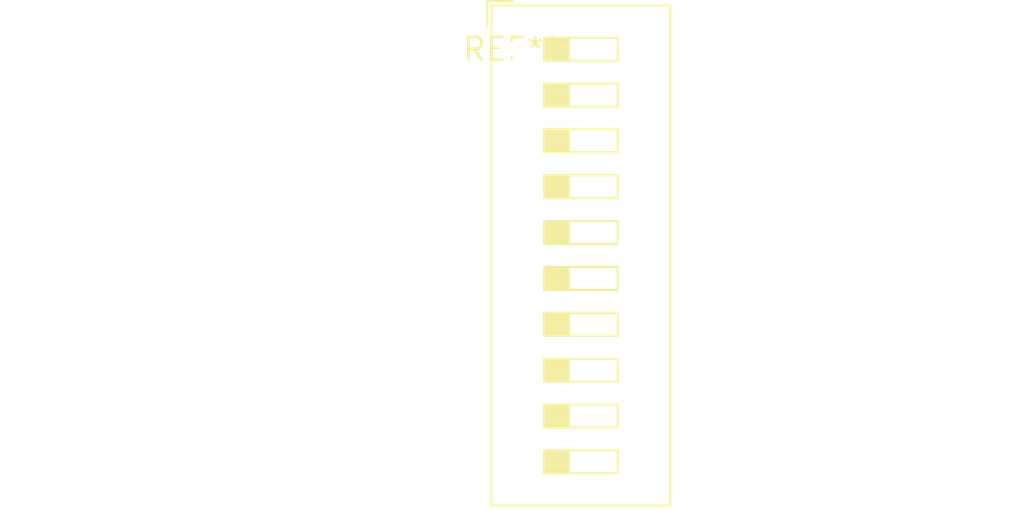
<source format=kicad_pcb>
(kicad_pcb (version 20240108) (generator pcbnew)
  (layers (0 "F.Cu" signal) (31 "B.Cu" signal) (34 "B.Paste" user) (35 "F.Paste" user) (36 "B.SilkS" user "B.Silkscreen") (37 "F.SilkS" user "F.Silkscreen") (38 "B.Mask" user) (39 "F.Mask" user) (44 "Edge.Cuts" user))
  (net 0 "")
  (footprint "SW_DIP_SPSTx10_Slide_9.78x27.58mm_W7.62mm_P2.54mm" (layer "F.Cu") (at 0 0)
    (property "Reference" "REF**")
    (property "Value" "SW_DIP_SPSTx10_Slide_9.78x27.58mm_W7.62mm_P2.54mm")
    (fp_line (start -1.38 -2.66) (end -1.38 -1.277) (layer "F.SilkS") (stroke (width 0.12)))
    (fp_line (start -1.38 -2.66) (end 0.004 -2.66) (layer "F.SilkS") (stroke (width 0.12)))
    (fp_line (start -1.14 -2.42) (end -1.14 25.28) (layer "F.SilkS") (stroke (width 0.12)))
    (fp_line (start -1.14 -2.42) (end 8.76 -2.42) (layer "F.SilkS") (stroke (width 0.12)))
    (fp_line (start -1.14 25.28) (end 8.76 25.28) (layer "F.SilkS") (stroke (width 0.12)))
    (fp_line (start 1.78 -0.635) (end 1.78 0.635) (layer "F.SilkS") (stroke (width 0.12)))
    (fp_line (start 1.78 -0.515) (end 3.133333 -0.515) (layer "F.SilkS") (stroke (width 0.12)))
    (fp_line (start 1.78 -0.395) (end 3.133333 -0.395) (layer "F.SilkS") (stroke (width 0.12)))
    (fp_line (start 1.78 -0.275) (end 3.133333 -0.275) (layer "F.SilkS") (stroke (width 0.12)))
    (fp_line (start 1.78 -0.155) (end 3.133333 -0.155) (layer "F.SilkS") (stroke (width 0.12)))
    (fp_line (start 1.78 -0.035) (end 3.133333 -0.035) (layer "F.SilkS") (stroke (width 0.12)))
    (fp_line (start 1.78 0.085) (end 3.133333 0.085) (layer "F.SilkS") (stroke (width 0.12)))
    (fp_line (start 1.78 0.205) (end 3.133333 0.205) (layer "F.SilkS") (stroke (width 0.12)))
    (fp_line (start 1.78 0.325) (end 3.133333 0.325) (layer "F.SilkS") (stroke (width 0.12)))
    (fp_line (start 1.78 0.445) (end 3.133333 0.445) (layer "F.SilkS") (stroke (width 0.12)))
    (fp_line (start 1.78 0.565) (end 3.133333 0.565) (layer "F.SilkS") (stroke (width 0.12)))
    (fp_line (start 1.78 0.635) (end 5.84 0.635) (layer "F.SilkS") (stroke (width 0.12)))
    (fp_line (start 1.78 1.905) (end 1.78 3.175) (layer "F.SilkS") (stroke (width 0.12)))
    (fp_line (start 1.78 2.025) (end 3.133333 2.025) (layer "F.SilkS") (stroke (width 0.12)))
    (fp_line (start 1.78 2.145) (end 3.133333 2.145) (layer "F.SilkS") (stroke (width 0.12)))
    (fp_line (start 1.78 2.265) (end 3.133333 2.265) (layer "F.SilkS") (stroke (width 0.12)))
    (fp_line (start 1.78 2.385) (end 3.133333 2.385) (layer "F.SilkS") (stroke (width 0.12)))
    (fp_line (start 1.78 2.505) (end 3.133333 2.505) (layer "F.SilkS") (stroke (width 0.12)))
    (fp_line (start 1.78 2.625) (end 3.133333 2.625) (layer "F.SilkS") (stroke (width 0.12)))
    (fp_line (start 1.78 2.745) (end 3.133333 2.745) (layer "F.SilkS") (stroke (width 0.12)))
    (fp_line (start 1.78 2.865) (end 3.133333 2.865) (layer "F.SilkS") (stroke (width 0.12)))
    (fp_line (start 1.78 2.985) (end 3.133333 2.985) (layer "F.SilkS") (stroke (width 0.12)))
    (fp_line (start 1.78 3.105) (end 3.133333 3.105) (layer "F.SilkS") (stroke (width 0.12)))
    (fp_line (start 1.78 3.175) (end 5.84 3.175) (layer "F.SilkS") (stroke (width 0.12)))
    (fp_line (start 1.78 4.445) (end 1.78 5.715) (layer "F.SilkS") (stroke (width 0.12)))
    (fp_line (start 1.78 4.565) (end 3.133333 4.565) (layer "F.SilkS") (stroke (width 0.12)))
    (fp_line (start 1.78 4.685) (end 3.133333 4.685) (layer "F.SilkS") (stroke (width 0.12)))
    (fp_line (start 1.78 4.805) (end 3.133333 4.805) (layer "F.SilkS") (stroke (width 0.12)))
    (fp_line (start 1.78 4.925) (end 3.133333 4.925) (layer "F.SilkS") (stroke (width 0.12)))
    (fp_line (start 1.78 5.045) (end 3.133333 5.045) (layer "F.SilkS") (stroke (width 0.12)))
    (fp_line (start 1.78 5.165) (end 3.133333 5.165) (layer "F.SilkS") (stroke (width 0.12)))
    (fp_line (start 1.78 5.285) (end 3.133333 5.285) (layer "F.SilkS") (stroke (width 0.12)))
    (fp_line (start 1.78 5.405) (end 3.133333 5.405) (layer "F.SilkS") (stroke (width 0.12)))
    (fp_line (start 1.78 5.525) (end 3.133333 5.525) (layer "F.SilkS") (stroke (width 0.12)))
    (fp_line (start 1.78 5.645) (end 3.133333 5.645) (layer "F.SilkS") (stroke (width 0.12)))
    (fp_line (start 1.78 5.715) (end 5.84 5.715) (layer "F.SilkS") (stroke (width 0.12)))
    (fp_line (start 1.78 6.985) (end 1.78 8.255) (layer "F.SilkS") (stroke (width 0.12)))
    (fp_line (start 1.78 7.105) (end 3.133333 7.105) (layer "F.SilkS") (stroke (width 0.12)))
    (fp_line (start 1.78 7.225) (end 3.133333 7.225) (layer "F.SilkS") (stroke (width 0.12)))
    (fp_line (start 1.78 7.345) (end 3.133333 7.345) (layer "F.SilkS") (stroke (width 0.12)))
    (fp_line (start 1.78 7.465) (end 3.133333 7.465) (layer "F.SilkS") (stroke (width 0.12)))
    (fp_line (start 1.78 7.585) (end 3.133333 7.585) (layer "F.SilkS") (stroke (width 0.12)))
    (fp_line (start 1.78 7.705) (end 3.133333 7.705) (layer "F.SilkS") (stroke (width 0.12)))
    (fp_line (start 1.78 7.825) (end 3.133333 7.825) (layer "F.SilkS") (stroke (width 0.12)))
    (fp_line (start 1.78 7.945) (end 3.133333 7.945) (layer "F.SilkS") (stroke (width 0.12)))
    (fp_line (start 1.78 8.065) (end 3.133333 8.065) (layer "F.SilkS") (stroke (width 0.12)))
    (fp_line (start 1.78 8.185) (end 3.133333 8.185) (layer "F.SilkS") (stroke (width 0.12)))
    (fp_line (start 1.78 8.255) (end 5.84 8.255) (layer "F.SilkS") (stroke (width 0.12)))
    (fp_line (start 1.78 9.525) (end 1.78 10.795) (layer "F.SilkS") (stroke (width 0.12)))
    (fp_line (start 1.78 9.645) (end 3.133333 9.645) (layer "F.SilkS") (stroke (width 0.12)))
    (fp_line (start 1.78 9.765) (end 3.133333 9.765) (layer "F.SilkS") (stroke (width 0.12)))
    (fp_line (start 1.78 9.885) (end 3.133333 9.885) (layer "F.SilkS") (stroke (width 0.12)))
    (fp_line (start 1.78 10.005) (end 3.133333 10.005) (layer "F.SilkS") (stroke (width 0.12)))
    (fp_line (start 1.78 10.125) (end 3.133333 10.125) (layer "F.SilkS") (stroke (width 0.12)))
    (fp_line (start 1.78 10.245) (end 3.133333 10.245) (layer "F.SilkS") (stroke (width 0.12)))
    (fp_line (start 1.78 10.365) (end 3.133333 10.365) (layer "F.SilkS") (stroke (width 0.12)))
    (fp_line (start 1.78 10.485) (end 3.133333 10.485) (layer "F.SilkS") (stroke (width 0.12)))
    (fp_line (start 1.78 10.605) (end 3.133333 10.605) (layer "F.SilkS") (stroke (width 0.12)))
    (fp_line (start 1.78 10.725) (end 3.133333 10.725) (layer "F.SilkS") (stroke (width 0.12)))
    (fp_line (start 1.78 10.795) (end 5.84 10.795) (layer "F.SilkS") (stroke (width 0.12)))
    (fp_line (start 1.78 12.065) (end 1.78 13.335) (layer "F.SilkS") (stroke (width 0.12)))
    (fp_line (start 1.78 12.185) (end 3.133333 12.185) (layer "F.SilkS") (stroke (width 0.12)))
    (fp_line (start 1.78 12.305) (end 3.133333 12.305) (layer "F.SilkS") (stroke (width 0.12)))
    (fp_line (start 1.78 12.425) (end 3.133333 12.425) (layer "F.SilkS") (stroke (width 0.12)))
    (fp_line (start 1.78 12.545) (end 3.133333 12.545) (layer "F.SilkS") (stroke (width 0.12)))
    (fp_line (start 1.78 12.665) (end 3.133333 12.665) (layer "F.SilkS") (stroke (width 0.12)))
    (fp_line (start 1.78 12.785) (end 3.133333 12.785) (layer "F.SilkS") (stroke (width 0.12)))
    (fp_line (start 1.78 12.905) (end 3.133333 12.905) (layer "F.SilkS") (stroke (width 0.12)))
    (fp_line (start 1.78 13.025) (end 3.133333 13.025) (layer "F.SilkS") (stroke (width 0.12)))
    (fp_line (start 1.78 13.145) (end 3.133333 13.145) (layer "F.SilkS") (stroke (width 0.12)))
    (fp_line (start 1.78 13.265) (end 3.133333 13.265) (layer "F.SilkS") (stroke (width 0.12)))
    (fp_line (start 1.78 13.335) (end 5.84 13.335) (layer "F.SilkS") (stroke (width 0.12)))
    (fp_line (start 1.78 14.605) (end 1.78 15.875) (layer "F.SilkS") (stroke (width 0.12)))
    (fp_line (start 1.78 14.725) (end 3.133333 14.725) (layer "F.SilkS") (stroke (width 0.12)))
    (fp_line (start 1.78 14.845) (end 3.133333 14.845) (layer "F.SilkS") (stroke (width 0.12)))
    (fp_line (start 1.78 14.965) (end 3.133333 14.965) (layer "F.SilkS") (stroke (width 0.12)))
    (fp_line (start 1.78 15.085) (end 3.133333 15.085) (layer "F.SilkS") (stroke (width 0.12)))
    (fp_line (start 1.78 15.205) (end 3.133333 15.205) (layer "F.SilkS") (stroke (width 0.12)))
    (fp_line (start 1.78 15.325) (end 3.133333 15.325) (layer "F.SilkS") (stroke (width 0.12)))
    (fp_line (start 1.78 15.445) (end 3.133333 15.445) (layer "F.SilkS") (stroke (width 0.12)))
    (fp_line (start 1.78 15.565) (end 3.133333 15.565) (layer "F.SilkS") (stroke (width 0.12)))
    (fp_line (start 1.78 15.685) (end 3.133333 15.685) (layer "F.SilkS") (stroke (width 0.12)))
    (fp_line (start 1.78 15.805) (end 3.133333 15.805) (layer "F.SilkS") (stroke (width 0.12)))
    (fp_line (start 1.78 15.875) (end 5.84 15.875) (layer "F.SilkS") (stroke (width 0.12)))
    (fp_line (start 1.78 17.145) (end 1.78 18.415) (layer "F.SilkS") (stroke (width 0.12)))
    (fp_line (start 1.78 17.265) (end 3.133333 17.265) (layer "F.SilkS") (stroke (width 0.12)))
    (fp_line (start 1.78 17.385) (end 3.133333 17.385) (layer "F.SilkS") (stroke (width 0.12)))
    (fp_line (start 1.78 17.505) (end 3.133333 17.505) (layer "F.SilkS") (stroke (width 0.12)))
    (fp_line (start 1.78 17.625) (end 3.133333 17.625) (layer "F.SilkS") (stroke (width 0.12)))
    (fp_line (start 1.78 17.745) (end 3.133333 17.745) (layer "F.SilkS") (stroke (width 0.12)))
    (fp_line (start 1.78 17.865) (end 3.133333 17.865) (layer "F.SilkS") (stroke (width 0.12)))
    (fp_line (start 1.78 17.985) (end 3.133333 17.985) (layer "F.SilkS") (stroke (width 0.12)))
    (fp_line (start 1.78 18.105) (end 3.133333 18.105) (layer "F.SilkS") (stroke (width 0.12)))
    (fp_line (start 1.78 18.225) (end 3.133333 18.225) (layer "F.SilkS") (stroke (width 0.12)))
    (fp_line (start 1.78 18.345) (end 3.133333 18.345) (layer "F.SilkS") (stroke (width 0.12)))
    (fp_line (start 1.78 18.415) (end 5.84 18.415) (layer "F.SilkS") (stroke (width 0.12)))
    (fp_line (start 1.78 19.685) (end 1.78 20.955) (layer "F.SilkS") (stroke (width 0.12)))
    (fp_line (start 1.78 19.805) (end 3.133333 19.805) (layer "F.SilkS") (stroke (width 0.12)))
    (fp_line (start 1.78 19.925) (end 3.133333 19.925) (layer "F.SilkS") (stroke (width 0.12)))
    (fp_line (start 1.78 20.045) (end 3.133333 20.045) (layer "F.SilkS") (stroke (width 0.12)))
    (fp_line (start 1.78 20.165) (end 3.133333 20.165) (layer "F.SilkS") (stroke (width 0.12)))
    (fp_line (start 1.78 20.285) (end 3.133333 20.285) (layer "F.SilkS") (stroke (width 0.12)))
    (fp_line (start 1.78 20.405) (end 3.133333 20.405) (layer "F.SilkS") (stroke (width 0.12)))
    (fp_line (start 1.78 20.525) (end 3.133333 20.525) (layer "F.SilkS") (stroke (width 0.12)))
    (fp_line (start 1.78 20.645) (end 3.133333 20.645) (layer "F.SilkS") (stroke (width 0.12)))
    (fp_line (start 1.78 20.765) (end 3.133333 20.765) (layer "F.SilkS") (stroke (width 0.12)))
    (fp_line (start 1.78 20.885) (end 3.133333 20.885) (layer "F.SilkS") (stroke (width 0.12)))
    (fp_line (start 1.78 20.955) (end 5.84 20.955) (layer "F.SilkS") (stroke (width 0.12)))
    (fp_line (start 1.78 22.225) (end 1.78 23.495) (layer "F.SilkS") (stroke (width 0.12)))
    (fp_line (start 1.78 22.345) (end 3.133333 22.345) (layer "F.SilkS") (stroke (width 0.12)))
    (fp_line (start 1.78 22.465) (end 3.133333 22.465) (layer "F.SilkS") (stroke (width 0.12)))
    (fp_line (start 1.78 22.585) (end 3.133333 22.585) (layer "F.SilkS") (stroke (width 0.12)))
    (fp_line (start 1.78 22.705) (end 3.133333 22.705) (layer "F.SilkS") (stroke (width 0.12)))
    (fp_line (start 1.78 22.825) (end 3.133333 22.825) (layer "F.SilkS") (stroke (width 0.12)))
    (fp_line (start 1.78 22.945) (end 3.133333 22.945) (layer "F.SilkS") (stroke (width 0.12)))
    (fp_line (start 1.78 23.065) (end 3.133333 23.065) (layer "F.SilkS") (stroke (width 0.12)))
    (fp_line (start 1.78 23.185) (end 3.133333 23.185) (layer "F.SilkS") (stroke (width 0.12)))
    (fp_line (start 1.78 23.305) (end 3.133333 23.305) (layer "F.SilkS") (stroke (width 0.12)))
    (fp_line (start 1.78 23.425) (end 3.133333 23.425) (layer "F.SilkS") (stroke (width 0.12)))
    (fp_line (start 1.78 23.495) (end 5.84 23.495) (layer "F.SilkS") (stroke (width 0.12)))
    (fp_line (start 3.133333 -0.635) (end 3.133333 0.635) (layer "F.SilkS") (stroke (width 0.12)))
    (fp_line (start 3.133333 1.905) (end 3.133333 3.175) (layer "F.SilkS") (stroke (width 0.12)))
    (fp_line (start 3.133333 4.445) (end 3.133333 5.715) (layer "F.SilkS") (stroke (width 0.12)))
    (fp_line (start 3.133333 6.985) (end 3.133333 8.255) (layer "F.SilkS") (stroke (width 0.12)))
    (fp_line (start 3.133333 9.525) (end 3.133333 10.795) (layer "F.SilkS") (stroke (width 0.12)))
    (fp_line (start 3.133333 12.065) (end 3.133333 13.335) (layer "F.SilkS") (stroke (width 0.12)))
    (fp_line (start 3.133333 14.605) (end 3.133333 15.875) (layer "F.SilkS") (stroke (width 0.12)))
    (fp_line (start 3.133333 17.145) (end 3.133333 18.415) (layer "F.SilkS") (stroke (width 0.12)))
    (fp_line (start 3.133333 19.685) (end 3.133333 20.955) (layer "F.SilkS") (stroke (width 0.12)))
    (fp_line (start 3.133333 22.225) (end 3.133333 23.495) (layer "F.SilkS") (stroke (width 0.12)))
    (fp_line (start 5.84 -0.635) (end 1.78 -0.635) (layer "F.SilkS") (stroke (width 0.12)))
    (fp_line (start 5.84 0.635) (end 5.84 -0.635) (layer "F.SilkS") (stroke (width 0.12)))
    (fp_line (start 5.84 1.905) (end 1.78 1.905) (layer "F.SilkS") (stroke (width 0.12)))
    (fp_line (start 5.84 3.175) (end 5.84 1.905) (layer "F.SilkS") (stroke (width 0.12)))
    (fp_line (start 5.84 4.445) (end 1.78 4.445) (layer "F.SilkS") (stroke (width 0.12)))
    (fp_line (start 5.84 5.715) (end 5.84 4.445) (layer "F.SilkS") (stroke (width 0.12)))
    (fp_line (start 5.84 6.985) (end 1.78 6.985) (layer "F.SilkS") (stroke (width 0.12)))
    (fp_line (start 5.84 8.255) (end 5.84 6.985) (layer "F.SilkS") (stroke (width 0.12)))
    (fp_line (start 5.84 9.525) (end 1.78 9.525) (layer "F.SilkS") (stroke (width 0.12)))
    (fp_line (start 5.84 10.795) (end 5.84 9.525) (layer "F.SilkS") (stroke (width 0.12)))
    (fp_line (start 5.84 12.065) (end 1.78 12.065) (layer "F.SilkS") (stroke (width 0.12)))
    (fp_line (start 5.84 13.335) (end 5.84 12.065) (layer "F.SilkS") (stroke (width 0.12)))
    (fp_line (start 5.84 14.605) (end 1.78 14.605) (layer "F.SilkS") (stroke (width 0.12)))
    (fp_line (start 5.84 15.875) (end 5.84 14.605) (layer "F.SilkS") (stroke (width 0.12)))
    (fp_line (start 5.84 17.145) (end 1.78 17.145) (layer "F.SilkS") (stroke (width 0.12)))
    (fp_line (start 5.84 18.415) (end 5.84 17.145) (layer "F.SilkS") (stroke (width 0.12)))
    (fp_line (start 5.84 19.685) (end 1.78 19.685) (layer "F.SilkS") (stroke (width 0.12)))
    (fp_line (start 5.84 20.955) (end 5.84 19.685) (layer "F.SilkS") (stroke (width 0.12)))
    (fp_line (start 5.84 22.225) (end 1.78 22.225) (layer "F.SilkS") (stroke (width 0.12)))
    (fp_line (start 5.84 23.495) (end 5.84 22.225) (layer "F.SilkS") (stroke (width 0.12)))
    (fp_line (start 8.76 -2.42) (end 8.76 25.28) (layer "F.SilkS") (stroke (width 0.12)))
    (pad "1" thru_hole rect (at 0 0) (size 1.6 1.6) (drill 0.8) (layers *.Cu *.Mask) (remove_unused_layers))
    (pad "2" thru_hole oval (at 0 2.54) (size 1.6 1.6) (drill 0.8) (layers *.Cu *.Mask) (remove_unused_layers))
    (pad "3" thru_hole oval (at 0 5.08) (size 1.6 1.6) (drill 0.8) (layers *.Cu *.Mask) (remove_unused_layers))
    (pad "4" thru_hole oval (at 0 7.62) (size 1.6 1.6) (drill 0.8) (layers *.Cu *.Mask) (remove_unused_layers))
    (pad "5" thru_hole oval (at 0 10.16) (size 1.6 1.6) (drill 0.8) (layers *.Cu *.Mask) (remove_unused_layers))
    (pad "6" thru_hole oval (at 0 12.7) (size 1.6 1.6) (drill 0.8) (layers *.Cu *.Mask) (remove_unused_layers))
    (pad "7" thru_hole oval (at 0 15.24) (size 1.6 1.6) (drill 0.8) (layers *.Cu *.Mask) (remove_unused_layers))
    (pad "8" thru_hole oval (at 0 17.78) (size 1.6 1.6) (drill 0.8) (layers *.Cu *.Mask) (remove_unused_layers))
    (pad "9" thru_hole oval (at 0 20.32) (size 1.6 1.6) (drill 0.8) (layers *.Cu *.Mask) (remove_unused_layers))
    (pad "10" thru_hole oval (at 0 22.86) (size 1.6 1.6) (drill 0.8) (layers *.Cu *.Mask) (remove_unused_layers))
    (pad "11" thru_hole oval (at 7.62 22.86) (size 1.6 1.6) (drill 0.8) (layers *.Cu *.Mask) (remove_unused_layers))
    (pad "12" thru_hole oval (at 7.62 20.32) (size 1.6 1.6) (drill 0.8) (layers *.Cu *.Mask) (remove_unused_layers))
    (pad "13" thru_hole oval (at 7.62 17.78) (size 1.6 1.6) (drill 0.8) (layers *.Cu *.Mask) (remove_unused_layers))
    (pad "14" thru_hole oval (at 7.62 15.24) (size 1.6 1.6) (drill 0.8) (layers *.Cu *.Mask) (remove_unused_layers))
    (pad "15" thru_hole oval (at 7.62 12.7) (size 1.6 1.6) (drill 0.8) (layers *.Cu *.Mask) (remove_unused_layers))
    (pad "16" thru_hole oval (at 7.62 10.16) (size 1.6 1.6) (drill 0.8) (layers *.Cu *.Mask) (remove_unused_layers))
    (pad "17" thru_hole oval (at 7.62 7.62) (size 1.6 1.6) (drill 0.8) (layers *.Cu *.Mask) (remove_unused_layers))
    (pad "18" thru_hole oval (at 7.62 5.08) (size 1.6 1.6) (drill 0.8) (layers *.Cu *.Mask) (remove_unused_layers))
    (pad "19" thru_hole oval (at 7.62 2.54) (size 1.6 1.6) (drill 0.8) (layers *.Cu *.Mask) (remove_unused_layers))
    (pad "20" thru_hole oval (at 7.62 0) (size 1.6 1.6) (drill 0.8) (layers *.Cu *.Mask) (remove_unused_layers))
  )
)
</source>
